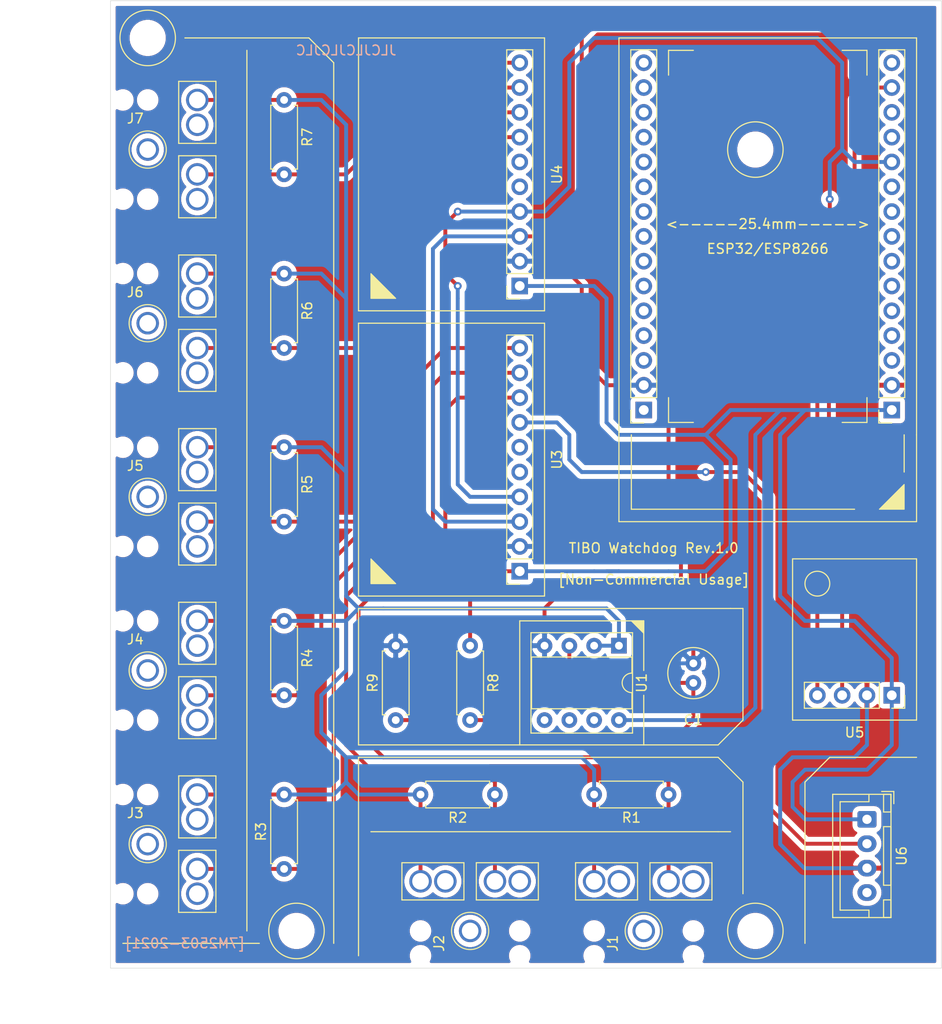
<source format=kicad_pcb>
(kicad_pcb (version 20171130) (host pcbnew "(5.1.9)-1")
  (layers (0 F.Cu signal) (31 B.Cu signal) (34 B.Paste user) (35 F.Paste user) (36 B.SilkS user) (37 F.SilkS user) (38 B.Mask user) (39 F.Mask user) (44 Edge.Cuts user))
  (net 0 "")
  (net 1 "Net-(C1-Pad1)")
  (net 2 "Net-(C1-Pad2)")
  (net 3 "Net-(J1-PadG)")
  (net 4 "Net-(J1-PadS)")
  (net 5 "Net-(J1-PadT)")
  (net 6 "Net-(J2-PadS)")
  (net 7 "Net-(J2-PadG)")
  (net 8 "Net-(J4-PadG)")
  (net 9 "Net-(J4-PadS)")
  (net 10 "Net-(J5-PadG)")
  (net 11 "Net-(J5-PadS)")
  (net 12 "Net-(J6-PadS)")
  (net 13 "Net-(J6-PadG)")
  (net 14 "Net-(J7-PadS)")
  (net 15 "Net-(J7-PadG)")
  (net 16 "Net-(NODE_MCU_HEADER1-Pad1)")
  (net 17 "Net-(NODE_MCU_HEADER1-Pad2)")
  (net 18 "Net-(NODE_MCU_HEADER1-Pad3)")
  (net 19 "Net-(NODE_MCU_HEADER1-Pad4)")
  (net 20 "Net-(NODE_MCU_HEADER1-Pad5)")
  (net 21 "Net-(NODE_MCU_HEADER1-Pad6)")
  (net 22 "Net-(NODE_MCU_HEADER1-Pad7)")
  (net 23 "Net-(NODE_MCU_HEADER1-Pad8)")
  (net 24 "Net-(NODE_MCU_HEADER1-Pad9)")
  (net 25 "Net-(NODE_MCU_HEADER1-Pad10)")
  (net 26 "Net-(NODE_MCU_HEADER1-Pad11)")
  (net 27 "Net-(NODE_MCU_HEADER1-Pad12)")
  (net 28 "Net-(NODE_MCU_HEADER1-Pad13)")
  (net 29 "Net-(NODE_MCU_HEADER1-Pad14)")
  (net 30 "Net-(NODE_MCU_HEADER1-Pad15)")
  (net 31 "Net-(NODE_MCU_HEADER2-Pad15)")
  (net 32 "Net-(NODE_MCU_HEADER2-Pad14)")
  (net 33 "Net-(NODE_MCU_HEADER2-Pad13)")
  (net 34 "Net-(NODE_MCU_HEADER2-Pad12)")
  (net 35 "Net-(NODE_MCU_HEADER2-Pad11)")
  (net 36 "Net-(NODE_MCU_HEADER2-Pad10)")
  (net 37 "Net-(NODE_MCU_HEADER2-Pad9)")
  (net 38 "Net-(NODE_MCU_HEADER2-Pad8)")
  (net 39 "Net-(NODE_MCU_HEADER2-Pad7)")
  (net 40 "Net-(NODE_MCU_HEADER2-Pad6)")
  (net 41 "Net-(NODE_MCU_HEADER2-Pad5)")
  (net 42 "Net-(NODE_MCU_HEADER2-Pad4)")
  (net 43 "Net-(NODE_MCU_HEADER2-Pad3)")
  (net 44 "Net-(NODE_MCU_HEADER2-Pad1)")
  (net 45 "Net-(U3-Pad4)")
  (net 46 "Net-(U3-Pad2)")
  (net 47 "Net-(U3-Pad1)")
  (net 48 "Net-(U4-Pad1)")
  (net 49 "Net-(U4-Pad2)")
  (net 50 "Net-(J3-PadS)")
  (net 51 "Net-(J3-PadG)")
  (module MountingHole:MountingHole_2.7mm_M2.5 (layer F.Cu) (at 118.11 41.91)
    (fp_text reference REF** hide)
    (fp_text value MountingHole_2.7mm_M2.5)
    (pad 1 np_thru_hole circle (at 0 0) (size 2.7 2.7) (drill 2.7) (layers *.Cu *.Mask))
  )
  (module MountingHole:MountingHole_2.7mm_M2.5 (layer F.Cu) (at 118.11 121.92)
    (fp_text reference REF** hide)
    (fp_text value MountingHole_2.7mm_M2.5)
    (pad 1 np_thru_hole circle (at 0 0) (size 2.7 2.7) (drill 2.7) (layers *.Cu *.Mask))
  )
  (module MountingHole:MountingHole_2.7mm_M2.5 (layer F.Cu) (at 71.12 121.92)
    (fp_text reference REF** hide)
    (fp_text value MountingHole_2.7mm_M2.5)
    (pad 1 np_thru_hole circle (at 0 0) (size 2.7 2.7) (drill 2.7) (layers *.Cu *.Mask))
  )
  (module MountingHole:MountingHole_2.7mm_M2.5 (layer F.Cu) (at 55.88 30.48)
    (fp_text reference REF** hide)
    (fp_text value MountingHole_2.7mm_M2.5)
    (pad 1 np_thru_hole circle (at 0 0) (size 2.7 2.7) (drill 2.7) (layers *.Cu *.Mask))
  )
  (module Custom:PinSocket_1x10_ADS1115 (layer F.Cu) (at 93.98 85.09 180)
    (fp_text reference U3 (at -3.81 11.43 90) (layer F.SilkS))
    (fp_text value ADS1115IDGS)
    (pad 7 thru_hole oval (at 0 22.86 180) (size 1.7 1.7) (drill 1) (layers *.Cu *.Mask) (net 50 "Net-(J3-PadS)"))
    (pad 6 thru_hole oval (at 0 20.32 180) (size 1.7 1.7) (drill 1) (layers *.Cu *.Mask) (net 6 "Net-(J2-PadS)"))
    (pad 5 thru_hole oval (at 0 17.78 180) (size 1.7 1.7) (drill 1) (layers *.Cu *.Mask) (net 4 "Net-(J1-PadS)"))
    (pad 4 thru_hole oval (at 0 15.24 180) (size 1.7 1.7) (drill 1) (layers *.Cu *.Mask) (net 45 "Net-(U3-Pad4)"))
    (pad 2 thru_hole oval (at 0 12.7 180) (size 1.7 1.7) (drill 1) (layers *.Cu *.Mask) (net 46 "Net-(U3-Pad2)"))
    (pad 1 thru_hole oval (at 0 10.16 180) (size 1.7 1.7) (drill 1) (layers *.Cu *.Mask) (net 47 "Net-(U3-Pad1)"))
    (pad 9 thru_hole oval (at 0 7.62 180) (size 1.7 1.7) (drill 1) (layers *.Cu *.Mask) (net 26 "Net-(NODE_MCU_HEADER1-Pad11)"))
    (pad 10 thru_hole oval (at 0 5.08 180) (size 1.7 1.7) (drill 1) (layers *.Cu *.Mask) (net 29 "Net-(NODE_MCU_HEADER1-Pad14)"))
    (pad 3 thru_hole oval (at 0 2.54 180) (size 1.7 1.7) (drill 1) (layers *.Cu *.Mask) (net 2 "Net-(C1-Pad2)"))
    (pad 8 thru_hole rect (at 0 0 180) (size 1.7 1.7) (drill 1) (layers *.Cu *.Mask) (net 16 "Net-(NODE_MCU_HEADER1-Pad1)"))
  )
  (module Custom:PinSocket_1x10_ADS1115 (layer F.Cu) (at 93.98 55.88 180)
    (fp_text reference U4 (at -3.81 11.43 90) (layer F.SilkS))
    (fp_text value ADS1115IDGS)
    (pad 8 thru_hole rect (at 0 0 180) (size 1.7 1.7) (drill 1) (layers *.Cu *.Mask) (net 16 "Net-(NODE_MCU_HEADER1-Pad1)"))
    (pad 3 thru_hole oval (at 0 2.54 180) (size 1.7 1.7) (drill 1) (layers *.Cu *.Mask) (net 2 "Net-(C1-Pad2)"))
    (pad 10 thru_hole oval (at 0 5.08 180) (size 1.7 1.7) (drill 1) (layers *.Cu *.Mask) (net 29 "Net-(NODE_MCU_HEADER1-Pad14)"))
    (pad 9 thru_hole oval (at 0 7.62 180) (size 1.7 1.7) (drill 1) (layers *.Cu *.Mask) (net 26 "Net-(NODE_MCU_HEADER1-Pad11)"))
    (pad 1 thru_hole oval (at 0 10.16 180) (size 1.7 1.7) (drill 1) (layers *.Cu *.Mask) (net 48 "Net-(U4-Pad1)"))
    (pad 2 thru_hole oval (at 0 12.7 180) (size 1.7 1.7) (drill 1) (layers *.Cu *.Mask) (net 49 "Net-(U4-Pad2)"))
    (pad 4 thru_hole oval (at 0 15.24 180) (size 1.7 1.7) (drill 1) (layers *.Cu *.Mask) (net 9 "Net-(J4-PadS)"))
    (pad 5 thru_hole oval (at 0 17.78 180) (size 1.7 1.7) (drill 1) (layers *.Cu *.Mask) (net 11 "Net-(J5-PadS)"))
    (pad 6 thru_hole oval (at 0 20.32 180) (size 1.7 1.7) (drill 1) (layers *.Cu *.Mask) (net 12 "Net-(J6-PadS)"))
    (pad 7 thru_hole oval (at 0 22.86 180) (size 1.7 1.7) (drill 1) (layers *.Cu *.Mask) (net 14 "Net-(J7-PadS)"))
  )
  (module Custom:Sparkfun_Audio_Jack_3.5mm (layer F.Cu) (at 55.88 113.03)
    (fp_text reference J3 (at -1.27 -3.175 180) (layer F.SilkS))
    (fp_text value AudioJack2_Ground)
    (pad "" np_thru_hole circle (at -2.54 5.08) (size 1.2 1.2) (drill 1.2) (layers *.Cu *.Mask))
    (pad "" np_thru_hole circle (at -2.54 -5.08) (size 1.2 1.2) (drill 1.2) (layers *.Cu *.Mask))
    (pad "" np_thru_hole circle (at 0 -5.08) (size 1.2 1.2) (drill 1.2) (layers *.Cu *.Mask))
    (pad "" np_thru_hole circle (at 0 5.08) (size 1.2 1.2) (drill 1.2) (layers *.Cu *.Mask))
    (pad G thru_hole circle (at 0 0) (size 2.3 2.3) (drill 1.7) (layers *.Cu *.Mask) (net 51 "Net-(J3-PadG)"))
    (pad S1 thru_hole circle (at 5.08 5.08) (size 2.3 2.3) (drill 1.7) (layers *.Cu *.Mask))
    (pad S thru_hole circle (at 5.08 2.54) (size 2.3 2.3) (drill 1.7) (layers *.Cu *.Mask) (net 50 "Net-(J3-PadS)"))
    (pad T1 thru_hole circle (at 5.08 -2.54) (size 2.3 2.3) (drill 1.7) (layers *.Cu *.Mask))
    (pad T thru_hole circle (at 5.08 -5.08) (size 2.3 2.3) (drill 1.7) (layers *.Cu *.Mask) (net 5 "Net-(J1-PadT)"))
  )
  (module Custom:Sparkfun_Audio_Jack_3.5mm (layer F.Cu) (at 55.88 41.91)
    (fp_text reference J7 (at -1.27 -3.175 180) (layer F.SilkS))
    (fp_text value AudioJack2_Ground)
    (pad T thru_hole circle (at 5.08 -5.08) (size 2.3 2.3) (drill 1.7) (layers *.Cu *.Mask) (net 5 "Net-(J1-PadT)"))
    (pad T1 thru_hole circle (at 5.08 -2.54) (size 2.3 2.3) (drill 1.7) (layers *.Cu *.Mask))
    (pad S thru_hole circle (at 5.08 2.54) (size 2.3 2.3) (drill 1.7) (layers *.Cu *.Mask) (net 14 "Net-(J7-PadS)"))
    (pad S1 thru_hole circle (at 5.08 5.08) (size 2.3 2.3) (drill 1.7) (layers *.Cu *.Mask))
    (pad G thru_hole circle (at 0 0) (size 2.3 2.3) (drill 1.7) (layers *.Cu *.Mask) (net 15 "Net-(J7-PadG)"))
    (pad "" np_thru_hole circle (at 0 5.08) (size 1.2 1.2) (drill 1.2) (layers *.Cu *.Mask))
    (pad "" np_thru_hole circle (at 0 -5.08) (size 1.2 1.2) (drill 1.2) (layers *.Cu *.Mask))
    (pad "" np_thru_hole circle (at -2.54 -5.08) (size 1.2 1.2) (drill 1.2) (layers *.Cu *.Mask))
    (pad "" np_thru_hole circle (at -2.54 5.08) (size 1.2 1.2) (drill 1.2) (layers *.Cu *.Mask))
  )
  (module Custom:Sparkfun_Audio_Jack_3.5mm (layer F.Cu) (at 88.9 121.92 90)
    (fp_text reference J2 (at -1.27 -3.175 270) (layer F.SilkS))
    (fp_text value AudioJack2_Ground)
    (pad T thru_hole circle (at 5.08 -5.08 90) (size 2.3 2.3) (drill 1.7) (layers *.Cu *.Mask) (net 5 "Net-(J1-PadT)"))
    (pad T1 thru_hole circle (at 5.08 -2.54 90) (size 2.3 2.3) (drill 1.7) (layers *.Cu *.Mask))
    (pad S thru_hole circle (at 5.08 2.54 90) (size 2.3 2.3) (drill 1.7) (layers *.Cu *.Mask) (net 6 "Net-(J2-PadS)"))
    (pad S1 thru_hole circle (at 5.08 5.08 90) (size 2.3 2.3) (drill 1.7) (layers *.Cu *.Mask))
    (pad G thru_hole circle (at 0 0 90) (size 2.3 2.3) (drill 1.7) (layers *.Cu *.Mask) (net 7 "Net-(J2-PadG)"))
    (pad "" np_thru_hole circle (at 0 5.08 90) (size 1.2 1.2) (drill 1.2) (layers *.Cu *.Mask))
    (pad "" np_thru_hole circle (at 0 -5.08 90) (size 1.2 1.2) (drill 1.2) (layers *.Cu *.Mask))
    (pad "" np_thru_hole circle (at -2.54 -5.08 90) (size 1.2 1.2) (drill 1.2) (layers *.Cu *.Mask))
    (pad "" np_thru_hole circle (at -2.54 5.08 90) (size 1.2 1.2) (drill 1.2) (layers *.Cu *.Mask))
  )
  (module Custom:Sparkfun_Audio_Jack_3.5mm (layer F.Cu) (at 55.88 59.69)
    (fp_text reference J6 (at -1.27 -3.175 180) (layer F.SilkS))
    (fp_text value AudioJack2_Ground)
    (pad "" np_thru_hole circle (at -2.54 5.08) (size 1.2 1.2) (drill 1.2) (layers *.Cu *.Mask))
    (pad "" np_thru_hole circle (at -2.54 -5.08) (size 1.2 1.2) (drill 1.2) (layers *.Cu *.Mask))
    (pad "" np_thru_hole circle (at 0 -5.08) (size 1.2 1.2) (drill 1.2) (layers *.Cu *.Mask))
    (pad "" np_thru_hole circle (at 0 5.08) (size 1.2 1.2) (drill 1.2) (layers *.Cu *.Mask))
    (pad G thru_hole circle (at 0 0) (size 2.3 2.3) (drill 1.7) (layers *.Cu *.Mask) (net 13 "Net-(J6-PadG)"))
    (pad S1 thru_hole circle (at 5.08 5.08) (size 2.3 2.3) (drill 1.7) (layers *.Cu *.Mask))
    (pad S thru_hole circle (at 5.08 2.54) (size 2.3 2.3) (drill 1.7) (layers *.Cu *.Mask) (net 12 "Net-(J6-PadS)"))
    (pad T1 thru_hole circle (at 5.08 -2.54) (size 2.3 2.3) (drill 1.7) (layers *.Cu *.Mask))
    (pad T thru_hole circle (at 5.08 -5.08) (size 2.3 2.3) (drill 1.7) (layers *.Cu *.Mask) (net 5 "Net-(J1-PadT)"))
  )
  (module Custom:Sparkfun_Audio_Jack_3.5mm (layer F.Cu) (at 106.68 121.92 90)
    (fp_text reference J1 (at -1.27 -3.175 270) (layer F.SilkS))
    (fp_text value AudioJack2_Ground)
    (pad "" np_thru_hole circle (at -2.54 5.08 90) (size 1.2 1.2) (drill 1.2) (layers *.Cu *.Mask))
    (pad "" np_thru_hole circle (at -2.54 -5.08 90) (size 1.2 1.2) (drill 1.2) (layers *.Cu *.Mask))
    (pad "" np_thru_hole circle (at 0 -5.08 90) (size 1.2 1.2) (drill 1.2) (layers *.Cu *.Mask))
    (pad "" np_thru_hole circle (at 0 5.08 90) (size 1.2 1.2) (drill 1.2) (layers *.Cu *.Mask))
    (pad G thru_hole circle (at 0 0 90) (size 2.3 2.3) (drill 1.7) (layers *.Cu *.Mask) (net 3 "Net-(J1-PadG)"))
    (pad S1 thru_hole circle (at 5.08 5.08 90) (size 2.3 2.3) (drill 1.7) (layers *.Cu *.Mask))
    (pad S thru_hole circle (at 5.08 2.54 90) (size 2.3 2.3) (drill 1.7) (layers *.Cu *.Mask) (net 4 "Net-(J1-PadS)"))
    (pad T1 thru_hole circle (at 5.08 -2.54 90) (size 2.3 2.3) (drill 1.7) (layers *.Cu *.Mask))
    (pad T thru_hole circle (at 5.08 -5.08 90) (size 2.3 2.3) (drill 1.7) (layers *.Cu *.Mask) (net 5 "Net-(J1-PadT)"))
  )
  (module Custom:Sparkfun_Audio_Jack_3.5mm (layer F.Cu) (at 55.88 77.47)
    (fp_text reference J5 (at -1.27 -3.175 180) (layer F.SilkS))
    (fp_text value AudioJack2_Ground)
    (pad T thru_hole circle (at 5.08 -5.08) (size 2.3 2.3) (drill 1.7) (layers *.Cu *.Mask) (net 5 "Net-(J1-PadT)"))
    (pad T1 thru_hole circle (at 5.08 -2.54) (size 2.3 2.3) (drill 1.7) (layers *.Cu *.Mask))
    (pad S thru_hole circle (at 5.08 2.54) (size 2.3 2.3) (drill 1.7) (layers *.Cu *.Mask) (net 11 "Net-(J5-PadS)"))
    (pad S1 thru_hole circle (at 5.08 5.08) (size 2.3 2.3) (drill 1.7) (layers *.Cu *.Mask))
    (pad G thru_hole circle (at 0 0) (size 2.3 2.3) (drill 1.7) (layers *.Cu *.Mask) (net 10 "Net-(J5-PadG)"))
    (pad "" np_thru_hole circle (at 0 5.08) (size 1.2 1.2) (drill 1.2) (layers *.Cu *.Mask))
    (pad "" np_thru_hole circle (at 0 -5.08) (size 1.2 1.2) (drill 1.2) (layers *.Cu *.Mask))
    (pad "" np_thru_hole circle (at -2.54 -5.08) (size 1.2 1.2) (drill 1.2) (layers *.Cu *.Mask))
    (pad "" np_thru_hole circle (at -2.54 5.08) (size 1.2 1.2) (drill 1.2) (layers *.Cu *.Mask))
  )
  (module Custom:Sparkfun_Audio_Jack_3.5mm (layer F.Cu) (at 55.88 95.25)
    (fp_text reference J4 (at -1.27 -3.175 180) (layer F.SilkS))
    (fp_text value AudioJack2_Ground)
    (pad "" np_thru_hole circle (at -2.54 5.08) (size 1.2 1.2) (drill 1.2) (layers *.Cu *.Mask))
    (pad "" np_thru_hole circle (at -2.54 -5.08) (size 1.2 1.2) (drill 1.2) (layers *.Cu *.Mask))
    (pad "" np_thru_hole circle (at 0 -5.08) (size 1.2 1.2) (drill 1.2) (layers *.Cu *.Mask))
    (pad "" np_thru_hole circle (at 0 5.08) (size 1.2 1.2) (drill 1.2) (layers *.Cu *.Mask))
    (pad G thru_hole circle (at 0 0) (size 2.3 2.3) (drill 1.7) (layers *.Cu *.Mask) (net 8 "Net-(J4-PadG)"))
    (pad S1 thru_hole circle (at 5.08 5.08) (size 2.3 2.3) (drill 1.7) (layers *.Cu *.Mask))
    (pad S thru_hole circle (at 5.08 2.54) (size 2.3 2.3) (drill 1.7) (layers *.Cu *.Mask) (net 9 "Net-(J4-PadS)"))
    (pad T1 thru_hole circle (at 5.08 -2.54) (size 2.3 2.3) (drill 1.7) (layers *.Cu *.Mask))
    (pad T thru_hole circle (at 5.08 -5.08) (size 2.3 2.3) (drill 1.7) (layers *.Cu *.Mask) (net 5 "Net-(J1-PadT)"))
  )
  (module Connector_PinSocket_2.54mm:PinSocket_1x15_P2.54mm_Vertical (layer F.Cu) (at 132.08 68.58 180)
    (fp_text reference <-----25.4mm-----> (at 12.7 19.05) (layer F.SilkS))
    (fp_text value Conn_01x15_MountingPin)
    (pad 1 thru_hole rect (at 0 0 180) (size 1.7 1.7) (drill 1) (layers *.Cu *.Mask) (net 16 "Net-(NODE_MCU_HEADER1-Pad1)"))
    (pad 2 thru_hole oval (at 0 2.54 180) (size 1.7 1.7) (drill 1) (layers *.Cu *.Mask) (net 17 "Net-(NODE_MCU_HEADER1-Pad2)"))
    (pad 3 thru_hole oval (at 0 5.08 180) (size 1.7 1.7) (drill 1) (layers *.Cu *.Mask) (net 18 "Net-(NODE_MCU_HEADER1-Pad3)"))
    (pad 4 thru_hole oval (at 0 7.62 180) (size 1.7 1.7) (drill 1) (layers *.Cu *.Mask) (net 19 "Net-(NODE_MCU_HEADER1-Pad4)"))
    (pad 5 thru_hole oval (at 0 10.16 180) (size 1.7 1.7) (drill 1) (layers *.Cu *.Mask) (net 20 "Net-(NODE_MCU_HEADER1-Pad5)"))
    (pad 6 thru_hole oval (at 0 12.7 180) (size 1.7 1.7) (drill 1) (layers *.Cu *.Mask) (net 21 "Net-(NODE_MCU_HEADER1-Pad6)"))
    (pad 7 thru_hole oval (at 0 15.24 180) (size 1.7 1.7) (drill 1) (layers *.Cu *.Mask) (net 22 "Net-(NODE_MCU_HEADER1-Pad7)"))
    (pad 8 thru_hole oval (at 0 17.78 180) (size 1.7 1.7) (drill 1) (layers *.Cu *.Mask) (net 23 "Net-(NODE_MCU_HEADER1-Pad8)"))
    (pad 9 thru_hole oval (at 0 20.32 180) (size 1.7 1.7) (drill 1) (layers *.Cu *.Mask) (net 24 "Net-(NODE_MCU_HEADER1-Pad9)"))
    (pad 10 thru_hole oval (at 0 22.86 180) (size 1.7 1.7) (drill 1) (layers *.Cu *.Mask) (net 25 "Net-(NODE_MCU_HEADER1-Pad10)"))
    (pad 11 thru_hole oval (at 0 25.4 180) (size 1.7 1.7) (drill 1) (layers *.Cu *.Mask) (net 26 "Net-(NODE_MCU_HEADER1-Pad11)"))
    (pad 12 thru_hole oval (at 0 27.94 180) (size 1.7 1.7) (drill 1) (layers *.Cu *.Mask) (net 27 "Net-(NODE_MCU_HEADER1-Pad12)"))
    (pad 13 thru_hole oval (at 0 30.48 180) (size 1.7 1.7) (drill 1) (layers *.Cu *.Mask) (net 28 "Net-(NODE_MCU_HEADER1-Pad13)"))
    (pad 14 thru_hole oval (at 0 33.02 180) (size 1.7 1.7) (drill 1) (layers *.Cu *.Mask) (net 29 "Net-(NODE_MCU_HEADER1-Pad14)"))
    (pad 15 thru_hole oval (at 0 35.56 180) (size 1.7 1.7) (drill 1) (layers *.Cu *.Mask) (net 30 "Net-(NODE_MCU_HEADER1-Pad15)"))
  )
  (module Connector_PinSocket_2.54mm:PinSocket_1x15_P2.54mm_Vertical (layer F.Cu) (at 106.68 68.58 180)
    (fp_text reference ESP32/ESP8266 (at -12.7 16.51) (layer F.SilkS))
    (fp_text value CONN_HEADER_2X15)
    (pad 1 thru_hole rect (at 0 0 180) (size 1.7 1.7) (drill 1) (layers *.Cu *.Mask) (net 44 "Net-(NODE_MCU_HEADER2-Pad1)"))
    (pad 2 thru_hole oval (at 0 2.54 180) (size 1.7 1.7) (drill 1) (layers *.Cu *.Mask) (net 2 "Net-(C1-Pad2)"))
    (pad 3 thru_hole oval (at 0 5.08 180) (size 1.7 1.7) (drill 1) (layers *.Cu *.Mask) (net 43 "Net-(NODE_MCU_HEADER2-Pad3)"))
    (pad 4 thru_hole oval (at 0 7.62 180) (size 1.7 1.7) (drill 1) (layers *.Cu *.Mask) (net 42 "Net-(NODE_MCU_HEADER2-Pad4)"))
    (pad 5 thru_hole oval (at 0 10.16 180) (size 1.7 1.7) (drill 1) (layers *.Cu *.Mask) (net 41 "Net-(NODE_MCU_HEADER2-Pad5)"))
    (pad 6 thru_hole oval (at 0 12.7 180) (size 1.7 1.7) (drill 1) (layers *.Cu *.Mask) (net 40 "Net-(NODE_MCU_HEADER2-Pad6)"))
    (pad 7 thru_hole oval (at 0 15.24 180) (size 1.7 1.7) (drill 1) (layers *.Cu *.Mask) (net 39 "Net-(NODE_MCU_HEADER2-Pad7)"))
    (pad 8 thru_hole oval (at 0 17.78 180) (size 1.7 1.7) (drill 1) (layers *.Cu *.Mask) (net 38 "Net-(NODE_MCU_HEADER2-Pad8)"))
    (pad 9 thru_hole oval (at 0 20.32 180) (size 1.7 1.7) (drill 1) (layers *.Cu *.Mask) (net 37 "Net-(NODE_MCU_HEADER2-Pad9)"))
    (pad 10 thru_hole oval (at 0 22.86 180) (size 1.7 1.7) (drill 1) (layers *.Cu *.Mask) (net 36 "Net-(NODE_MCU_HEADER2-Pad10)"))
    (pad 11 thru_hole oval (at 0 25.4 180) (size 1.7 1.7) (drill 1) (layers *.Cu *.Mask) (net 35 "Net-(NODE_MCU_HEADER2-Pad11)"))
    (pad 12 thru_hole oval (at 0 27.94 180) (size 1.7 1.7) (drill 1) (layers *.Cu *.Mask) (net 34 "Net-(NODE_MCU_HEADER2-Pad12)"))
    (pad 13 thru_hole oval (at 0 30.48 180) (size 1.7 1.7) (drill 1) (layers *.Cu *.Mask) (net 33 "Net-(NODE_MCU_HEADER2-Pad13)"))
    (pad 14 thru_hole oval (at 0 33.02 180) (size 1.7 1.7) (drill 1) (layers *.Cu *.Mask) (net 32 "Net-(NODE_MCU_HEADER2-Pad14)"))
    (pad 15 thru_hole oval (at 0 35.56 180) (size 1.7 1.7) (drill 1) (layers *.Cu *.Mask) (net 31 "Net-(NODE_MCU_HEADER2-Pad15)"))
  )
  (module Resistor_THT:R_Axial_DIN0207_L6.3mm_D2.5mm_P7.62mm_Horizontal (layer F.Cu) (at 69.85 115.57 90)
    (fp_text reference R3 (at 3.81 -2.37 90) (layer F.SilkS))
    (fp_text value 77Ω)
    (pad 1 thru_hole circle (at 0 0 90) (size 1.6 1.6) (drill 0.8) (layers *.Cu *.Mask) (net 50 "Net-(J3-PadS)"))
    (pad 2 thru_hole oval (at 7.62 0 90) (size 1.6 1.6) (drill 0.8) (layers *.Cu *.Mask) (net 5 "Net-(J1-PadT)"))
  )
  (module Resistor_THT:R_Axial_DIN0207_L6.3mm_D2.5mm_P7.62mm_Horizontal (layer F.Cu) (at 69.85 36.83 270)
    (fp_text reference R7 (at 3.81 -2.37 90) (layer F.SilkS))
    (fp_text value 77Ω)
    (pad 2 thru_hole oval (at 7.62 0 270) (size 1.6 1.6) (drill 0.8) (layers *.Cu *.Mask) (net 14 "Net-(J7-PadS)"))
    (pad 1 thru_hole circle (at 0 0 270) (size 1.6 1.6) (drill 0.8) (layers *.Cu *.Mask) (net 5 "Net-(J1-PadT)"))
  )
  (module Resistor_THT:R_Axial_DIN0207_L6.3mm_D2.5mm_P7.62mm_Horizontal (layer F.Cu) (at 91.44 107.95 180)
    (fp_text reference R2 (at 3.81 -2.37) (layer F.SilkS))
    (fp_text value 77Ω)
    (pad 2 thru_hole oval (at 7.62 0 180) (size 1.6 1.6) (drill 0.8) (layers *.Cu *.Mask) (net 5 "Net-(J1-PadT)"))
    (pad 1 thru_hole circle (at 0 0 180) (size 1.6 1.6) (drill 0.8) (layers *.Cu *.Mask) (net 6 "Net-(J2-PadS)"))
  )
  (module Resistor_THT:R_Axial_DIN0207_L6.3mm_D2.5mm_P7.62mm_Horizontal (layer F.Cu) (at 69.85 54.61 270)
    (fp_text reference R6 (at 3.81 -2.37 90) (layer F.SilkS))
    (fp_text value 77Ω)
    (pad 1 thru_hole circle (at 0 0 270) (size 1.6 1.6) (drill 0.8) (layers *.Cu *.Mask) (net 5 "Net-(J1-PadT)"))
    (pad 2 thru_hole oval (at 7.62 0 270) (size 1.6 1.6) (drill 0.8) (layers *.Cu *.Mask) (net 12 "Net-(J6-PadS)"))
  )
  (module Resistor_THT:R_Axial_DIN0207_L6.3mm_D2.5mm_P7.62mm_Horizontal (layer F.Cu) (at 109.22 107.95 180)
    (fp_text reference R1 (at 3.81 -2.37) (layer F.SilkS))
    (fp_text value 77Ω)
    (pad 2 thru_hole oval (at 7.62 0 180) (size 1.6 1.6) (drill 0.8) (layers *.Cu *.Mask) (net 5 "Net-(J1-PadT)"))
    (pad 1 thru_hole circle (at 0 0 180) (size 1.6 1.6) (drill 0.8) (layers *.Cu *.Mask) (net 4 "Net-(J1-PadS)"))
  )
  (module Resistor_THT:R_Axial_DIN0207_L6.3mm_D2.5mm_P7.62mm_Horizontal (layer F.Cu) (at 69.85 72.39 270)
    (fp_text reference R5 (at 3.81 -2.37 90) (layer F.SilkS))
    (fp_text value 77Ω)
    (pad 1 thru_hole circle (at 0 0 270) (size 1.6 1.6) (drill 0.8) (layers *.Cu *.Mask) (net 5 "Net-(J1-PadT)"))
    (pad 2 thru_hole oval (at 7.62 0 270) (size 1.6 1.6) (drill 0.8) (layers *.Cu *.Mask) (net 11 "Net-(J5-PadS)"))
  )
  (module Resistor_THT:R_Axial_DIN0207_L6.3mm_D2.5mm_P7.62mm_Horizontal (layer F.Cu) (at 69.85 90.17 270)
    (fp_text reference R4 (at 3.81 -2.37 90) (layer F.SilkS))
    (fp_text value 77Ω)
    (pad 1 thru_hole circle (at 0 0 270) (size 1.6 1.6) (drill 0.8) (layers *.Cu *.Mask) (net 5 "Net-(J1-PadT)"))
    (pad 2 thru_hole oval (at 7.62 0 270) (size 1.6 1.6) (drill 0.8) (layers *.Cu *.Mask) (net 9 "Net-(J4-PadS)"))
  )
  (module Resistor_THT:R_Axial_DIN0207_L6.3mm_D2.5mm_P7.62mm_Horizontal (layer F.Cu) (at 88.9 92.71 270)
    (fp_text reference R8 (at 3.81 -2.37 90) (layer F.SilkS))
    (fp_text value 20KΩ)
    (pad 2 thru_hole oval (at 7.62 0 270) (size 1.6 1.6) (drill 0.8) (layers *.Cu *.Mask) (net 1 "Net-(C1-Pad1)"))
    (pad 1 thru_hole circle (at 0 0 270) (size 1.6 1.6) (drill 0.8) (layers *.Cu *.Mask) (net 16 "Net-(NODE_MCU_HEADER1-Pad1)"))
  )
  (module Resistor_THT:R_Axial_DIN0207_L6.3mm_D2.5mm_P7.62mm_Horizontal (layer F.Cu) (at 81.28 100.33 90)
    (fp_text reference R9 (at 3.81 -2.37 90) (layer F.SilkS))
    (fp_text value 20KΩ)
    (pad 1 thru_hole circle (at 0 0 90) (size 1.6 1.6) (drill 0.8) (layers *.Cu *.Mask) (net 1 "Net-(C1-Pad1)"))
    (pad 2 thru_hole oval (at 7.62 0 90) (size 1.6 1.6) (drill 0.8) (layers *.Cu *.Mask) (net 2 "Net-(C1-Pad2)"))
  )
  (module Package_DIP:DIP-8_W7.62mm_Socket (layer F.Cu) (at 104.14 92.71 270)
    (fp_text reference U1 (at 3.81 -2.33 90) (layer F.SilkS))
    (fp_text value .)
    (pad 1 thru_hole rect (at 0 0 270) (size 1.6 1.6) (drill 0.8) (layers *.Cu *.Mask) (net 5 "Net-(J1-PadT)"))
    (pad 5 thru_hole oval (at 7.62 7.62 270) (size 1.6 1.6) (drill 0.8) (layers *.Cu *.Mask))
    (pad 2 thru_hole oval (at 0 2.54 270) (size 1.6 1.6) (drill 0.8) (layers *.Cu *.Mask) (net 5 "Net-(J1-PadT)"))
    (pad 6 thru_hole oval (at 7.62 5.08 270) (size 1.6 1.6) (drill 0.8) (layers *.Cu *.Mask))
    (pad 3 thru_hole oval (at 0 5.08 270) (size 1.6 1.6) (drill 0.8) (layers *.Cu *.Mask) (net 1 "Net-(C1-Pad1)"))
    (pad 7 thru_hole oval (at 7.62 2.54 270) (size 1.6 1.6) (drill 0.8) (layers *.Cu *.Mask))
    (pad 4 thru_hole oval (at 0 7.62 270) (size 1.6 1.6) (drill 0.8) (layers *.Cu *.Mask) (net 2 "Net-(C1-Pad2)"))
    (pad 8 thru_hole oval (at 7.62 0 270) (size 1.6 1.6) (drill 0.8) (layers *.Cu *.Mask) (net 16 "Net-(NODE_MCU_HEADER1-Pad1)"))
  )
  (module Connector_PinSocket_2.54mm:PinSocket_1x04_P2.54mm_Vertical (layer F.Cu) (at 132.08 97.79 270)
    (fp_text reference U5 (at 3.81 3.81 180) (layer F.SilkS))
    (fp_text value AHT10)
    (pad 4 thru_hole oval (at 0 7.62 270) (size 1.7 1.7) (drill 1) (layers *.Cu *.Mask) (net 26 "Net-(NODE_MCU_HEADER1-Pad11)"))
    (pad 3 thru_hole oval (at 0 5.08 270) (size 1.7 1.7) (drill 1) (layers *.Cu *.Mask) (net 29 "Net-(NODE_MCU_HEADER1-Pad14)"))
    (pad 2 thru_hole oval (at 0 2.54 270) (size 1.7 1.7) (drill 1) (layers *.Cu *.Mask) (net 17 "Net-(NODE_MCU_HEADER1-Pad2)"))
    (pad 1 thru_hole rect (at 0 0 270) (size 1.7 1.7) (drill 1) (layers *.Cu *.Mask) (net 16 "Net-(NODE_MCU_HEADER1-Pad1)"))
  )
  (module Connector_JST:JST_XH_B4B-XH-A_1x04_P2.50mm_Vertical (layer F.Cu) (at 129.54 110.49 270)
    (fp_text reference U6 (at 3.75 -3.55 90) (layer F.SilkS))
    (fp_text value ZMPT101B)
    (pad 1 thru_hole roundrect (at 0 0 270) (size 1.7 1.95) (drill 0.95) (layers *.Cu *.Mask) (roundrect_rratio 0.147059) (net 16 "Net-(NODE_MCU_HEADER1-Pad1)"))
    (pad 2 thru_hole oval (at 2.5 0 270) (size 1.7 1.95) (drill 0.95) (layers *.Cu *.Mask) (net 45 "Net-(U3-Pad4)"))
    (pad 3 thru_hole oval (at 5 0 270) (size 1.7 1.95) (drill 0.95) (layers *.Cu *.Mask) (net 17 "Net-(NODE_MCU_HEADER1-Pad2)"))
    (pad 4 thru_hole oval (at 7.5 0 270) (size 1.7 1.95) (drill 0.95) (layers *.Cu *.Mask))
  )
  (module Capacitor_THT:C_Radial_D5.0mm_H11.0mm_P2.00mm (layer F.Cu) (at 111.76 96.52 90)
    (fp_text reference C1 (at -3.81 0 180) (layer F.SilkS))
    (fp_text value 10uF)
    (pad 2 thru_hole circle (at 2 0 90) (size 1.6 1.6) (drill 0.8) (layers *.Cu *.Mask) (net 2 "Net-(C1-Pad2)"))
    (pad 1 thru_hole circle (at 0 0 90) (size 1.6 1.6) (drill 0.8) (layers *.Cu *.Mask) (net 1 "Net-(C1-Pad1)"))
  )
  (gr_text JLCJLCJLCJLC (at 76.2 31.75) (layer B.SilkS) (effects (font (size 1 1)) (justify mirror)))
  (gr_circle (center 71.12 121.92) (end 73.66 123.19) (layer F.SilkS) (width 0.12))
  (gr_circle (center 118.11 121.92) (end 120.65 123.19) (layer F.SilkS) (width 0.12))
  (gr_circle (center 118.11 41.91) (end 120.65 43.18) (layer F.SilkS) (width 0.12))
  (gr_circle (center 55.88 30.48) (end 58.42 31.75) (layer F.SilkS) (width 0.12))
  (gr_line (start 52.07 125.73) (end 52.07 26.67) (layer Edge.Cuts) (width 0.05))
  (gr_line (start 137.16 125.73) (end 52.07 125.73) (layer Edge.Cuts) (width 0.05))
  (gr_line (start 137.16 26.67) (end 137.16 125.73) (layer Edge.Cuts) (width 0.05))
  (gr_line (start 52.07 26.67) (end 137.16 26.67) (layer Edge.Cuts) (width 0.05))
  (gr_text [7M2503-2021] (at 59.69 123.19) (layer B.SilkS) (effects (font (size 1 1)) (justify mirror)))
  (gr_text "TIBO Watchdog Rev.1.0\n\n[Non-Commercial Usage]" (at 107.696 84.328) (layer F.SilkS) (effects (font (size 1 1))))
  (gr_circle (center 124.46 86.36) (end 125.73 86.36) (layer F.SilkS) (width 0.12))
  (gr_line (start 114.3 102.87) (end 106.68 102.87) (layer F.SilkS) (width 0.12))
  (gr_line (start 116.84 100.33) (end 114.3 102.87) (layer F.SilkS) (width 0.12))
  (gr_line (start 116.84 99.06) (end 116.84 100.33) (layer F.SilkS) (width 0.12))
  (gr_line (start 116.84 88.9) (end 116.84 99.06) (layer F.SilkS) (width 0.12))
  (gr_line (start 115.57 88.9) (end 116.84 88.9) (layer F.SilkS) (width 0.12))
  (gr_line (start 77.47 88.9) (end 115.57 88.9) (layer F.SilkS) (width 0.12))
  (gr_line (start 77.47 102.87) (end 106.68 102.87) (layer F.SilkS) (width 0.12))
  (gr_line (start 121.92 100.33) (end 134.62 100.33) (layer F.SilkS) (width 0.12))
  (gr_line (start 121.92 83.82) (end 121.92 100.33) (layer F.SilkS) (width 0.12))
  (gr_line (start 134.62 83.82) (end 121.92 83.82) (layer F.SilkS) (width 0.12))
  (gr_line (start 134.62 100.33) (end 134.62 83.82) (layer F.SilkS) (width 0.12))
  (gr_line (start 133.35 74.93) (end 133.35 71.12) (layer F.SilkS) (width 0.12))
  (gr_line (start 105.41 78.74) (end 128.27 78.74) (layer F.SilkS) (width 0.12))
  (gr_line (start 105.41 71.12) (end 105.41 78.74) (layer F.SilkS) (width 0.12))
  (gr_line (start 129.54 69.85) (end 129.54 67.31) (layer F.SilkS) (width 0.12))
  (gr_line (start 127 69.85) (end 129.54 69.85) (layer F.SilkS) (width 0.12))
  (gr_line (start 134.62 80.01) (end 134.62 71.12) (layer F.SilkS) (width 0.12))
  (gr_line (start 104.14 80.01) (end 134.62 80.01) (layer F.SilkS) (width 0.12))
  (gr_line (start 104.14 80.01) (end 104.14 71.12) (layer F.SilkS) (width 0.12))
  (gr_line (start 67.31 123.19) (end 53.34 123.19) (layer F.SilkS) (width 0.12))
  (gr_line (start 74.93 33.02) (end 74.93 123.19) (layer F.SilkS) (width 0.12))
  (gr_line (start 72.39 30.48) (end 74.93 33.02) (layer F.SilkS) (width 0.12))
  (gr_line (start 66.04 31.75) (end 66.04 121.92) (layer F.SilkS) (width 0.12))
  (gr_line (start 114.3 111.76) (end 115.57 111.76) (layer F.SilkS) (width 0.12))
  (gr_line (start 78.74 111.76) (end 114.3 111.76) (layer F.SilkS) (width 0.12))
  (gr_poly (pts (xy 106.68 91.44) (xy 105.41 90.17) (xy 106.68 90.17)) (layer F.SilkS) (width 0.1))
  (gr_line (start 106.68 97.79) (end 106.68 102.87) (layer F.SilkS) (width 0.12))
  (gr_line (start 106.68 90.17) (end 106.68 95.25) (layer F.SilkS) (width 0.12))
  (gr_line (start 93.98 90.17) (end 106.68 90.17) (layer F.SilkS) (width 0.12))
  (gr_line (start 93.98 102.87) (end 93.98 90.17) (layer F.SilkS) (width 0.12))
  (gr_poly (pts (xy 78.74 86.36) (xy 78.74 83.82) (xy 81.28 86.36)) (layer F.SilkS) (width 0.1))
  (gr_poly (pts (xy 78.74 57.15) (xy 78.74 54.61) (xy 81.28 57.15)) (layer F.SilkS) (width 0.1))
  (gr_line (start 77.47 87.63) (end 77.47 59.69) (layer F.SilkS) (width 0.12))
  (gr_line (start 96.52 87.63) (end 77.47 87.63) (layer F.SilkS) (width 0.12))
  (gr_line (start 96.52 59.69) (end 96.52 87.63) (layer F.SilkS) (width 0.12))
  (gr_line (start 77.47 59.69) (end 96.52 59.69) (layer F.SilkS) (width 0.12))
  (gr_line (start 96.52 30.48) (end 96.52 58.42) (layer F.SilkS) (width 0.12))
  (gr_line (start 77.47 30.48) (end 96.52 30.48) (layer F.SilkS) (width 0.12))
  (gr_line (start 77.47 58.42) (end 77.47 30.48) (layer F.SilkS) (width 0.12))
  (gr_line (start 96.52 58.42) (end 77.47 58.42) (layer F.SilkS) (width 0.12))
  (gr_line (start 125.73 104.14) (end 134.62 104.14) (layer F.SilkS) (width 0.12))
  (gr_line (start 123.19 106.68) (end 125.73 104.14) (layer F.SilkS) (width 0.12))
  (gr_line (start 123.19 123.19) (end 123.19 106.68) (layer F.SilkS) (width 0.12))
  (gr_line (start 116.84 106.68) (end 116.84 118.11) (layer F.SilkS) (width 0.12))
  (gr_line (start 114.3 104.14) (end 116.84 106.68) (layer F.SilkS) (width 0.12))
  (gr_poly (pts (xy 133.35 78.74) (xy 130.81 78.74) (xy 133.35 76.2)) (layer F.SilkS) (width 0.1))
  (gr_line (start 129.54 31.75) (end 129.54 34.29) (layer F.SilkS) (width 0.12))
  (gr_line (start 127 31.75) (end 129.54 31.75) (layer F.SilkS) (width 0.12))
  (gr_line (start 109.22 69.85) (end 111.76 69.85) (layer F.SilkS) (width 0.12))
  (gr_line (start 109.22 67.31) (end 109.22 69.85) (layer F.SilkS) (width 0.12))
  (gr_line (start 109.22 31.75) (end 111.76 31.75) (layer F.SilkS) (width 0.12))
  (gr_line (start 109.22 31.75) (end 109.22 34.29) (layer F.SilkS) (width 0.12))
  (gr_line (start 104.14 30.48) (end 104.14 71.12) (layer F.SilkS) (width 0.12))
  (gr_line (start 134.62 30.48) (end 104.14 30.48) (layer F.SilkS) (width 0.12))
  (gr_line (start 134.62 71.12) (end 134.62 30.48) (layer F.SilkS) (width 0.12))
  (gr_line (start 77.47 102.87) (end 77.47 88.9) (layer F.SilkS) (width 0.12))
  (gr_line (start 77.47 104.14) (end 114.3 104.14) (layer F.SilkS) (width 0.12))
  (gr_line (start 77.47 124.46) (end 77.47 104.14) (layer F.SilkS) (width 0.12))
  (gr_line (start 59.69 30.48) (end 72.39 30.48) (layer F.SilkS) (width 0.12))
  (segment (start 101.6 96.52) (end 111.76 96.52) (width 0.4) (layer F.Cu) (net 1))
  (segment (start 99.06 92.71) (end 99.06 95.25) (width 0.4) (layer F.Cu) (net 1))
  (segment (start 99.06 95.25) (end 100.33 96.52) (width 0.4) (layer F.Cu) (net 1))
  (segment (start 100.33 96.52) (end 101.6 96.52) (width 0.4) (layer F.Cu) (net 1))
  (segment (start 111.76 96.52) (end 111.76 100.33) (width 0.4) (layer F.Cu) (net 1))
  (segment (start 111.76 100.33) (end 109.22 102.87) (width 0.4) (layer F.Cu) (net 1))
  (segment (start 109.22 102.87) (end 86.36 102.87) (width 0.4) (layer F.Cu) (net 1))
  (segment (start 83.82 100.33) (end 81.28 100.33) (width 0.4) (layer F.Cu) (net 1))
  (segment (start 86.36 102.87) (end 83.82 100.33) (width 0.4) (layer F.Cu) (net 1))
  (segment (start 88.9 100.33) (end 91.44 100.33) (width 0.4) (layer F.Cu) (net 1))
  (segment (start 91.44 100.33) (end 93.98 102.87) (width 0.4) (layer F.Cu) (net 1))
  (segment (start 111.76 94.52) (end 109.95 94.52) (width 0.4) (layer B.Cu) (net 2))
  (segment (start 109.95 94.52) (end 106.68 97.79) (width 0.4) (layer B.Cu) (net 2))
  (segment (start 81.28 92.71) (end 81.28 95.25) (width 0.4) (layer B.Cu) (net 2))
  (segment (start 81.28 95.25) (end 83.82 97.79) (width 0.4) (layer B.Cu) (net 2))
  (segment (start 83.82 97.79) (end 106.68 97.79) (width 0.4) (layer B.Cu) (net 2))
  (segment (start 97.79 53.34) (end 100.33 55.88) (width 0.4) (layer F.Cu) (net 2))
  (segment (start 93.98 53.34) (end 97.79 53.34) (width 0.4) (layer F.Cu) (net 2))
  (segment (start 102.87 66.04) (end 100.33 63.5) (width 0.4) (layer F.Cu) (net 2))
  (segment (start 106.68 66.04) (end 102.87 66.04) (width 0.4) (layer F.Cu) (net 2))
  (segment (start 100.33 55.88) (end 100.33 63.5) (width 0.4) (layer F.Cu) (net 2))
  (segment (start 97.79 87.63) (end 106.68 87.63) (width 0.4) (layer F.Cu) (net 2))
  (segment (start 96.52 88.9) (end 97.79 87.63) (width 0.4) (layer F.Cu) (net 2))
  (segment (start 96.52 92.71) (end 96.52 88.9) (width 0.4) (layer F.Cu) (net 2))
  (segment (start 111.76 94.52) (end 111.76 91.44) (width 0.4) (layer F.Cu) (net 2))
  (segment (start 111.76 91.44) (end 111.76 88.9) (width 0.4) (layer F.Cu) (net 2))
  (segment (start 111.76 88.9) (end 110.49 87.63) (width 0.4) (layer F.Cu) (net 2))
  (segment (start 110.49 87.63) (end 106.68 87.63) (width 0.4) (layer F.Cu) (net 2))
  (segment (start 107.95 66.04) (end 106.68 66.04) (width 0.4) (layer F.Cu) (net 2))
  (segment (start 109.22 67.31) (end 109.22 80.01) (width 0.4) (layer F.Cu) (net 2))
  (segment (start 96.52 82.55) (end 97.79 82.55) (width 0.4) (layer F.Cu) (net 2))
  (segment (start 109.22 67.31) (end 107.95 66.04) (width 0.4) (layer F.Cu) (net 2))
  (segment (start 97.79 82.55) (end 102.87 82.55) (width 0.4) (layer F.Cu) (net 2))
  (segment (start 96.52 82.55) (end 93.98 82.55) (width 0.4) (layer F.Cu) (net 2))
  (segment (start 102.87 82.55) (end 107.95 82.55) (width 0.4) (layer F.Cu) (net 2))
  (segment (start 107.95 82.55) (end 109.22 81.28) (width 0.4) (layer F.Cu) (net 2))
  (segment (start 109.22 81.28) (end 109.22 80.01) (width 0.4) (layer F.Cu) (net 2))
  (segment (start 110.49 87.63) (end 110.49 82.55) (width 0.4) (layer F.Cu) (net 2))
  (segment (start 110.49 82.55) (end 109.22 81.28) (width 0.4) (layer F.Cu) (net 2))
  (segment (start 109.22 107.95) (end 109.22 116.84) (width 0.4) (layer F.Cu) (net 4))
  (segment (start 86.36 82.55) (end 86.36 68.58) (width 0.4) (layer F.Cu) (net 4))
  (segment (start 83.82 85.09) (end 86.36 82.55) (width 0.4) (layer F.Cu) (net 4))
  (segment (start 77.47 88.9) (end 81.28 85.09) (width 0.4) (layer F.Cu) (net 4))
  (segment (start 81.28 85.09) (end 83.82 85.09) (width 0.4) (layer F.Cu) (net 4))
  (segment (start 77.47 101.6) (end 77.47 88.9) (width 0.4) (layer F.Cu) (net 4))
  (segment (start 80.01 104.14) (end 77.47 101.6) (width 0.4) (layer F.Cu) (net 4))
  (segment (start 87.63 67.31) (end 93.98 67.31) (width 0.4) (layer F.Cu) (net 4))
  (segment (start 86.36 68.58) (end 87.63 67.31) (width 0.4) (layer F.Cu) (net 4))
  (segment (start 106.68 104.14) (end 80.01 104.14) (width 0.4) (layer F.Cu) (net 4))
  (segment (start 109.22 106.68) (end 106.68 104.14) (width 0.4) (layer F.Cu) (net 4))
  (segment (start 109.22 107.95) (end 109.22 106.68) (width 0.4) (layer F.Cu) (net 4))
  (segment (start 69.85 36.83) (end 60.96 36.83) (width 0.4) (layer F.Cu) (net 5))
  (segment (start 60.96 54.61) (end 69.85 54.61) (width 0.4) (layer F.Cu) (net 5))
  (segment (start 60.96 72.39) (end 69.85 72.39) (width 0.4) (layer F.Cu) (net 5))
  (segment (start 60.96 90.17) (end 69.85 90.17) (width 0.4) (layer F.Cu) (net 5))
  (segment (start 60.96 107.95) (end 69.85 107.95) (width 0.4) (layer F.Cu) (net 5))
  (segment (start 83.82 116.84) (end 83.82 107.95) (width 0.4) (layer F.Cu) (net 5))
  (segment (start 101.6 107.95) (end 101.6 116.84) (width 0.4) (layer F.Cu) (net 5))
  (segment (start 73.66 36.83) (end 69.85 36.83) (width 0.4) (layer B.Cu) (net 5))
  (segment (start 76.2 39.37) (end 73.66 36.83) (width 0.4) (layer B.Cu) (net 5))
  (segment (start 76.2 57.15) (end 73.66 54.61) (width 0.4) (layer B.Cu) (net 5))
  (segment (start 76.2 57.15) (end 76.2 39.37) (width 0.4) (layer B.Cu) (net 5))
  (segment (start 73.66 54.61) (end 69.85 54.61) (width 0.4) (layer B.Cu) (net 5))
  (segment (start 76.2 74.93) (end 73.66 72.39) (width 0.4) (layer B.Cu) (net 5))
  (segment (start 76.2 85.09) (end 76.2 74.93) (width 0.4) (layer B.Cu) (net 5))
  (segment (start 76.2 74.93) (end 76.2 57.15) (width 0.4) (layer B.Cu) (net 5))
  (segment (start 73.66 72.39) (end 69.85 72.39) (width 0.4) (layer B.Cu) (net 5))
  (segment (start 74.93 90.17) (end 69.85 90.17) (width 0.4) (layer B.Cu) (net 5))
  (segment (start 80.01 88.9) (end 77.47 88.9) (width 0.4) (layer B.Cu) (net 5))
  (segment (start 104.14 90.17) (end 104.14 92.71) (width 0.4) (layer B.Cu) (net 5))
  (segment (start 102.87 88.9) (end 104.14 90.17) (width 0.4) (layer B.Cu) (net 5))
  (segment (start 80.01 88.9) (end 102.87 88.9) (width 0.4) (layer B.Cu) (net 5))
  (segment (start 77.47 88.9) (end 76.2 87.63) (width 0.4) (layer B.Cu) (net 5))
  (segment (start 76.2 87.63) (end 76.2 85.09) (width 0.4) (layer B.Cu) (net 5))
  (segment (start 77.47 88.9) (end 76.2 90.17) (width 0.4) (layer B.Cu) (net 5))
  (segment (start 74.93 90.17) (end 76.2 90.17) (width 0.4) (layer B.Cu) (net 5))
  (segment (start 76.2 90.17) (end 76.2 95.25) (width 0.4) (layer B.Cu) (net 5))
  (segment (start 76.2 95.25) (end 73.66 97.79) (width 0.4) (layer B.Cu) (net 5))
  (segment (start 73.66 97.79) (end 73.66 101.6) (width 0.4) (layer B.Cu) (net 5))
  (segment (start 73.66 101.6) (end 76.2 104.14) (width 0.4) (layer B.Cu) (net 5))
  (segment (start 76.2 104.14) (end 76.2 106.68) (width 0.4) (layer B.Cu) (net 5))
  (segment (start 76.2 106.68) (end 74.93 107.95) (width 0.4) (layer B.Cu) (net 5))
  (segment (start 74.93 107.95) (end 69.85 107.95) (width 0.4) (layer B.Cu) (net 5))
  (segment (start 76.2 106.68) (end 77.47 107.95) (width 0.4) (layer B.Cu) (net 5))
  (segment (start 77.47 107.95) (end 83.82 107.95) (width 0.4) (layer B.Cu) (net 5))
  (segment (start 76.2 104.14) (end 100.33 104.14) (width 0.4) (layer B.Cu) (net 5))
  (segment (start 100.33 104.14) (end 101.6 105.41) (width 0.4) (layer B.Cu) (net 5))
  (segment (start 101.6 105.41) (end 101.6 107.95) (width 0.4) (layer B.Cu) (net 5))
  (segment (start 104.14 92.71) (end 101.6 92.71) (width 0.4) (layer B.Cu) (net 5))
  (segment (start 91.44 107.95) (end 91.44 116.84) (width 0.4) (layer F.Cu) (net 6))
  (segment (start 76.2 102.87) (end 78.74 105.41) (width 0.4) (layer F.Cu) (net 6))
  (segment (start 76.2 87.63) (end 76.2 102.87) (width 0.4) (layer F.Cu) (net 6))
  (segment (start 82.55 83.82) (end 80.01 83.82) (width 0.4) (layer F.Cu) (net 6))
  (segment (start 91.44 106.68) (end 91.44 107.95) (width 0.4) (layer F.Cu) (net 6))
  (segment (start 90.17 105.41) (end 91.44 106.68) (width 0.4) (layer F.Cu) (net 6))
  (segment (start 85.09 81.28) (end 82.55 83.82) (width 0.4) (layer F.Cu) (net 6))
  (segment (start 85.09 66.04) (end 85.09 81.28) (width 0.4) (layer F.Cu) (net 6))
  (segment (start 78.74 105.41) (end 90.17 105.41) (width 0.4) (layer F.Cu) (net 6))
  (segment (start 80.01 83.82) (end 76.2 87.63) (width 0.4) (layer F.Cu) (net 6))
  (segment (start 85.09 66.04) (end 86.36 64.77) (width 0.4) (layer F.Cu) (net 6))
  (segment (start 86.36 64.77) (end 93.98 64.77) (width 0.4) (layer F.Cu) (net 6))
  (segment (start 69.85 97.79) (end 60.96 97.79) (width 0.4) (layer F.Cu) (net 9))
  (segment (start 73.66 85.09) (end 77.47 81.28) (width 0.4) (layer F.Cu) (net 9))
  (segment (start 80.01 81.28) (end 82.55 78.74) (width 0.4) (layer F.Cu) (net 9))
  (segment (start 73.66 95.25) (end 73.66 85.09) (width 0.4) (layer F.Cu) (net 9))
  (segment (start 71.12 97.79) (end 73.66 95.25) (width 0.4) (layer F.Cu) (net 9))
  (segment (start 77.47 81.28) (end 80.01 81.28) (width 0.4) (layer F.Cu) (net 9))
  (segment (start 69.85 97.79) (end 71.12 97.79) (width 0.4) (layer F.Cu) (net 9))
  (segment (start 91.44 40.64) (end 93.98 40.64) (width 0.4) (layer F.Cu) (net 9))
  (segment (start 82.55 78.74) (end 82.55 39.37) (width 0.4) (layer F.Cu) (net 9))
  (segment (start 82.55 39.37) (end 83.82 38.1) (width 0.4) (layer F.Cu) (net 9))
  (segment (start 83.82 38.1) (end 88.9 38.1) (width 0.4) (layer F.Cu) (net 9))
  (segment (start 88.9 38.1) (end 91.44 40.64) (width 0.4) (layer F.Cu) (net 9))
  (segment (start 69.85 80.01) (end 60.96 80.01) (width 0.4) (layer F.Cu) (net 11))
  (segment (start 81.28 77.47) (end 81.28 38.1) (width 0.4) (layer F.Cu) (net 11))
  (segment (start 91.44 38.1) (end 93.98 38.1) (width 0.4) (layer F.Cu) (net 11))
  (segment (start 78.74 80.01) (end 81.28 77.47) (width 0.4) (layer F.Cu) (net 11))
  (segment (start 69.85 80.01) (end 78.74 80.01) (width 0.4) (layer F.Cu) (net 11))
  (segment (start 88.9 35.56) (end 91.44 38.1) (width 0.4) (layer F.Cu) (net 11))
  (segment (start 81.28 38.1) (end 83.82 35.56) (width 0.4) (layer F.Cu) (net 11))
  (segment (start 83.82 35.56) (end 88.9 35.56) (width 0.4) (layer F.Cu) (net 11))
  (segment (start 69.85 62.23) (end 60.96 62.23) (width 0.4) (layer F.Cu) (net 12))
  (segment (start 91.44 35.56) (end 93.98 35.56) (width 0.4) (layer F.Cu) (net 12))
  (segment (start 82.55 34.29) (end 90.17 34.29) (width 0.4) (layer F.Cu) (net 12))
  (segment (start 80.01 36.83) (end 82.55 34.29) (width 0.4) (layer F.Cu) (net 12))
  (segment (start 80.01 59.69) (end 80.01 36.83) (width 0.4) (layer F.Cu) (net 12))
  (segment (start 77.47 62.23) (end 80.01 59.69) (width 0.4) (layer F.Cu) (net 12))
  (segment (start 90.17 34.29) (end 91.44 35.56) (width 0.4) (layer F.Cu) (net 12))
  (segment (start 69.85 62.23) (end 77.47 62.23) (width 0.4) (layer F.Cu) (net 12))
  (segment (start 69.85 44.45) (end 60.96 44.45) (width 0.4) (layer F.Cu) (net 14))
  (segment (start 69.85 44.45) (end 76.2 44.45) (width 0.4) (layer F.Cu) (net 14))
  (segment (start 76.2 44.45) (end 78.74 41.91) (width 0.4) (layer F.Cu) (net 14))
  (segment (start 78.74 41.91) (end 78.74 35.56) (width 0.4) (layer F.Cu) (net 14))
  (segment (start 78.74 35.56) (end 81.28 33.02) (width 0.4) (layer F.Cu) (net 14))
  (segment (start 81.28 33.02) (end 93.98 33.02) (width 0.4) (layer F.Cu) (net 14))
  (segment (start 132.08 68.58) (end 129.54 68.58) (width 0.4) (layer B.Cu) (net 16))
  (segment (start 104.14 85.09) (end 102.87 85.09) (width 0.4) (layer B.Cu) (net 16))
  (segment (start 101.6 85.09) (end 93.98 85.09) (width 0.4) (layer B.Cu) (net 16))
  (segment (start 104.14 85.09) (end 101.6 85.09) (width 0.4) (layer B.Cu) (net 16))
  (segment (start 104.14 100.33) (end 116.84 100.33) (width 0.4) (layer B.Cu) (net 16))
  (segment (start 116.84 100.33) (end 118.11 99.06) (width 0.4) (layer B.Cu) (net 16))
  (segment (start 118.11 71.12) (end 120.65 68.58) (width 0.4) (layer B.Cu) (net 16))
  (segment (start 118.11 99.06) (end 118.11 71.12) (width 0.4) (layer B.Cu) (net 16))
  (segment (start 102.87 57.15) (end 101.6 55.88) (width 0.4) (layer B.Cu) (net 16))
  (segment (start 102.87 69.85) (end 102.87 57.15) (width 0.4) (layer B.Cu) (net 16))
  (segment (start 104.14 71.12) (end 102.87 69.85) (width 0.4) (layer B.Cu) (net 16))
  (segment (start 101.6 55.88) (end 93.98 55.88) (width 0.4) (layer B.Cu) (net 16))
  (segment (start 129.54 68.58) (end 123.19 68.58) (width 0.4) (layer B.Cu) (net 16))
  (segment (start 123.19 68.58) (end 120.65 71.12) (width 0.4) (layer B.Cu) (net 16))
  (segment (start 120.65 71.12) (end 120.65 87.63) (width 0.4) (layer B.Cu) (net 16))
  (segment (start 120.65 87.63) (end 123.19 90.17) (width 0.4) (layer B.Cu) (net 16))
  (segment (start 123.19 90.17) (end 128.27 90.17) (width 0.4) (layer B.Cu) (net 16))
  (segment (start 128.27 90.17) (end 132.08 93.98) (width 0.4) (layer B.Cu) (net 16))
  (segment (start 132.08 93.98) (end 132.08 97.79) (width 0.4) (layer B.Cu) (net 16))
  (segment (start 132.08 97.79) (end 132.08 102.87) (width 0.4) (layer B.Cu) (net 16))
  (segment (start 132.08 102.87) (end 129.54 105.41) (width 0.4) (layer B.Cu) (net 16))
  (segment (start 129.54 105.41) (end 123.19 105.41) (width 0.4) (layer B.Cu) (net 16))
  (segment (start 123.19 105.41) (end 121.92 106.68) (width 0.4) (layer B.Cu) (net 16))
  (segment (start 121.92 106.68) (end 121.92 109.22) (width 0.4) (layer B.Cu) (net 16))
  (segment (start 121.92 109.22) (end 123.19 110.49) (width 0.4) (layer B.Cu) (net 16))
  (segment (start 123.19 110.49) (end 129.54 110.49) (width 0.4) (layer B.Cu) (net 16))
  (segment (start 123.19 68.58) (end 118.11 68.58) (width 0.4) (layer B.Cu) (net 16))
  (segment (start 104.14 71.12) (end 111.76 71.12) (width 0.4) (layer B.Cu) (net 16))
  (segment (start 111.76 71.12) (end 113.03 71.12) (width 0.4) (layer B.Cu) (net 16))
  (segment (start 113.03 71.12) (end 115.57 68.58) (width 0.4) (layer B.Cu) (net 16))
  (segment (start 115.57 68.58) (end 118.11 68.58) (width 0.4) (layer B.Cu) (net 16))
  (segment (start 109.22 85.09) (end 104.14 85.09) (width 0.4) (layer B.Cu) (net 16))
  (segment (start 113.03 85.09) (end 109.22 85.09) (width 0.4) (layer B.Cu) (net 16))
  (segment (start 115.57 82.55) (end 113.03 85.09) (width 0.4) (layer B.Cu) (net 16))
  (segment (start 115.57 73.66) (end 115.57 82.55) (width 0.4) (layer B.Cu) (net 16))
  (segment (start 113.03 71.12) (end 115.57 73.66) (width 0.4) (layer B.Cu) (net 16))
  (segment (start 90.17 85.09) (end 93.98 85.09) (width 0.4) (layer F.Cu) (net 16))
  (segment (start 88.9 86.36) (end 90.17 85.09) (width 0.4) (layer F.Cu) (net 16))
  (segment (start 88.9 92.71) (end 88.9 86.36) (width 0.4) (layer F.Cu) (net 16))
  (segment (start 132.08 66.04) (end 129.54 66.04) (width 0.4) (layer F.Cu) (net 17))
  (segment (start 129.54 66.04) (end 127 68.58) (width 0.4) (layer F.Cu) (net 17))
  (segment (start 127 68.58) (end 127 82.55) (width 0.4) (layer F.Cu) (net 17))
  (segment (start 127 82.55) (end 129.54 85.09) (width 0.4) (layer F.Cu) (net 17))
  (segment (start 129.54 85.09) (end 129.54 97.79) (width 0.4) (layer F.Cu) (net 17))
  (segment (start 120.65 113.03) (end 123.11 115.49) (width 0.4) (layer B.Cu) (net 17))
  (segment (start 123.11 115.49) (end 129.54 115.49) (width 0.4) (layer B.Cu) (net 17))
  (segment (start 121.92 104.14) (end 120.65 105.41) (width 0.4) (layer B.Cu) (net 17))
  (segment (start 128.27 104.14) (end 121.92 104.14) (width 0.4) (layer B.Cu) (net 17))
  (segment (start 129.54 102.87) (end 128.27 104.14) (width 0.4) (layer B.Cu) (net 17))
  (segment (start 120.65 105.41) (end 120.65 113.03) (width 0.4) (layer B.Cu) (net 17))
  (segment (start 129.54 97.79) (end 129.54 102.87) (width 0.4) (layer B.Cu) (net 17))
  (via (at 87.63 55.88) (size 0.8) (drill 0.4) (layers F.Cu B.Cu) (net 26))
  (via (at 87.63 48.26) (size 0.8) (drill 0.4) (layers F.Cu B.Cu) (net 26))
  (segment (start 128.27 43.18) (end 132.08 43.18) (width 0.4) (layer B.Cu) (net 26))
  (segment (start 127 41.91) (end 128.27 43.18) (width 0.4) (layer B.Cu) (net 26))
  (segment (start 124.46 30.48) (end 127 33.02) (width 0.4) (layer B.Cu) (net 26))
  (segment (start 101.6 30.48) (end 124.46 30.48) (width 0.4) (layer B.Cu) (net 26))
  (segment (start 99.06 33.02) (end 101.6 30.48) (width 0.4) (layer B.Cu) (net 26))
  (segment (start 99.06 45.72) (end 99.06 33.02) (width 0.4) (layer B.Cu) (net 26))
  (segment (start 96.52 48.26) (end 99.06 45.72) (width 0.4) (layer B.Cu) (net 26))
  (segment (start 127 33.02) (end 127 41.91) (width 0.4) (layer B.Cu) (net 26))
  (segment (start 93.98 48.26) (end 96.52 48.26) (width 0.4) (layer B.Cu) (net 26))
  (segment (start 93.98 77.47) (end 88.9 77.47) (width 0.4) (layer B.Cu) (net 26))
  (segment (start 88.9 77.47) (end 87.63 76.2) (width 0.4) (layer B.Cu) (net 26))
  (segment (start 87.63 76.2) (end 87.63 57.15) (width 0.4) (layer B.Cu) (net 26))
  (segment (start 87.63 57.15) (end 87.63 55.88) (width 0.4) (layer B.Cu) (net 26))
  (segment (start 93.98 48.26) (end 87.63 48.26) (width 0.4) (layer B.Cu) (net 26))
  (segment (start 87.63 48.26) (end 86.36 49.53) (width 0.4) (layer F.Cu) (net 26))
  (segment (start 86.36 49.53) (end 86.36 54.61) (width 0.4) (layer F.Cu) (net 26))
  (segment (start 86.36 54.61) (end 87.63 55.88) (width 0.4) (layer F.Cu) (net 26))
  (segment (start 127 41.91) (end 125.73 43.18) (width 0.4) (layer B.Cu) (net 26))
  (segment (start 125.73 43.18) (end 125.73 46.99) (width 0.4) (layer B.Cu) (net 26))
  (segment (start 125.73 46.99) (end 125.73 46.99) (width 0.4) (layer B.Cu) (net 26))
  (via (at 125.73 46.99) (size 0.8) (drill 0.4) (layers F.Cu B.Cu) (net 26))
  (segment (start 125.73 62.23) (end 125.73 46.99) (width 0.4) (layer F.Cu) (net 26))
  (segment (start 124.46 63.5) (end 125.73 62.23) (width 0.4) (layer F.Cu) (net 26))
  (segment (start 124.46 97.79) (end 124.46 63.5) (width 0.4) (layer F.Cu) (net 26))
  (segment (start 93.98 50.8) (end 96.52 50.8) (width 0.4) (layer F.Cu) (net 29))
  (segment (start 96.52 50.8) (end 97.79 50.8) (width 0.4) (layer F.Cu) (net 29))
  (segment (start 97.79 50.8) (end 100.33 48.26) (width 0.4) (layer F.Cu) (net 29))
  (segment (start 100.33 48.26) (end 100.33 30.48) (width 0.4) (layer F.Cu) (net 29))
  (segment (start 100.33 30.48) (end 101.6 29.21) (width 0.4) (layer F.Cu) (net 29))
  (segment (start 101.6 29.21) (end 121.92 29.21) (width 0.4) (layer F.Cu) (net 29))
  (segment (start 132.08 35.56) (end 129.54 35.56) (width 0.4) (layer F.Cu) (net 29))
  (segment (start 129.54 35.56) (end 128.27 34.29) (width 0.4) (layer F.Cu) (net 29))
  (segment (start 128.27 34.29) (end 128.27 31.75) (width 0.4) (layer F.Cu) (net 29))
  (segment (start 128.27 31.75) (end 125.73 29.21) (width 0.4) (layer F.Cu) (net 29))
  (segment (start 125.73 29.21) (end 123.19 29.21) (width 0.4) (layer F.Cu) (net 29))
  (segment (start 123.19 29.21) (end 121.92 29.21) (width 0.4) (layer F.Cu) (net 29))
  (segment (start 85.09 52.07) (end 86.36 50.8) (width 0.4) (layer B.Cu) (net 29))
  (segment (start 85.09 78.74) (end 85.09 52.07) (width 0.4) (layer B.Cu) (net 29))
  (segment (start 86.36 50.8) (end 93.98 50.8) (width 0.4) (layer B.Cu) (net 29))
  (segment (start 86.36 80.01) (end 85.09 78.74) (width 0.4) (layer B.Cu) (net 29))
  (segment (start 93.98 80.01) (end 86.36 80.01) (width 0.4) (layer B.Cu) (net 29))
  (segment (start 128.27 36.83) (end 129.54 35.56) (width 0.4) (layer F.Cu) (net 29))
  (segment (start 128.27 64.77) (end 128.27 36.83) (width 0.4) (layer F.Cu) (net 29))
  (segment (start 125.644002 67.395998) (end 128.27 64.77) (width 0.4) (layer F.Cu) (net 29))
  (segment (start 125.644002 82.55) (end 125.644002 67.395998) (width 0.4) (layer F.Cu) (net 29))
  (segment (start 127 83.905998) (end 125.644002 82.55) (width 0.4) (layer F.Cu) (net 29))
  (segment (start 127 97.79) (end 127 83.905998) (width 0.4) (layer F.Cu) (net 29))
  (segment (start 129.54 112.99) (end 123.23 112.99) (width 0.4) (layer F.Cu) (net 45))
  (segment (start 123.23 112.99) (end 119.46 109.22) (width 0.4) (layer F.Cu) (net 45))
  (segment (start 119.46 109.22) (end 119.46 77.55) (width 0.4) (layer F.Cu) (net 45))
  (segment (start 119.46 77.55) (end 116.84 74.93) (width 0.4) (layer F.Cu) (net 45))
  (segment (start 116.84 74.93) (end 113.03 74.93) (width 0.4) (layer F.Cu) (net 45))
  (segment (start 113.03 74.93) (end 113.03 74.93) (width 0.4) (layer F.Cu) (net 45))
  (via (at 113.03 74.93) (size 0.8) (drill 0.4) (layers F.Cu B.Cu) (net 45))
  (segment (start 113.03 74.93) (end 100.33 74.93) (width 0.4) (layer B.Cu) (net 45))
  (segment (start 100.33 74.93) (end 99.06 73.66) (width 0.4) (layer B.Cu) (net 45))
  (segment (start 99.06 73.66) (end 99.06 71.12) (width 0.4) (layer B.Cu) (net 45))
  (segment (start 99.06 71.12) (end 97.79 69.85) (width 0.4) (layer B.Cu) (net 45))
  (segment (start 97.79 69.85) (end 93.98 69.85) (width 0.4) (layer B.Cu) (net 45))
  (segment (start 69.85 115.57) (end 60.96 115.57) (width 0.4) (layer F.Cu) (net 50))
  (segment (start 69.85 115.57) (end 72.39 115.57) (width 0.4) (layer F.Cu) (net 50))
  (segment (start 72.39 115.57) (end 74.93 113.03) (width 0.4) (layer F.Cu) (net 50))
  (segment (start 74.93 113.03) (end 74.93 86.36) (width 0.4) (layer F.Cu) (net 50))
  (segment (start 74.93 86.36) (end 78.74 82.55) (width 0.4) (layer F.Cu) (net 50))
  (segment (start 78.74 82.55) (end 81.28 82.55) (width 0.4) (layer F.Cu) (net 50))
  (segment (start 81.28 82.55) (end 83.82 80.01) (width 0.4) (layer F.Cu) (net 50))
  (segment (start 83.82 80.01) (end 83.82 64.77) (width 0.4) (layer F.Cu) (net 50))
  (segment (start 83.82 64.77) (end 86.36 62.23) (width 0.4) (layer F.Cu) (net 50))
  (segment (start 86.36 62.23) (end 93.98 62.23) (width 0.4) (layer F.Cu) (net 50))
  (zone (net 17) (net_name "Net-(NODE_MCU_HEADER1-Pad2)") (layer F.Cu) (connect_pads (clearance 0.508)) (min_thickness 0.254) (fill yes (arc_segments 32) (thermal_gap 0.508) (thermal_bridge_width 0.508))
    (polygon (pts (xy 137.16 125.73) (xy 52.07 125.73) (xy 52.07 26.67) (xy 137.16 26.67)))
  )
  (zone (net 2) (net_name "Net-(C1-Pad2)") (layer B.Cu) (connect_pads (clearance 0.508)) (min_thickness 0.254) (fill yes (arc_segments 32) (thermal_gap 0.508) (thermal_bridge_width 0.508))
    (polygon (pts (xy 137.16 125.73) (xy 52.07 125.73) (xy 52.07 26.67) (xy 137.16 26.67)))
  )
)
</source>
